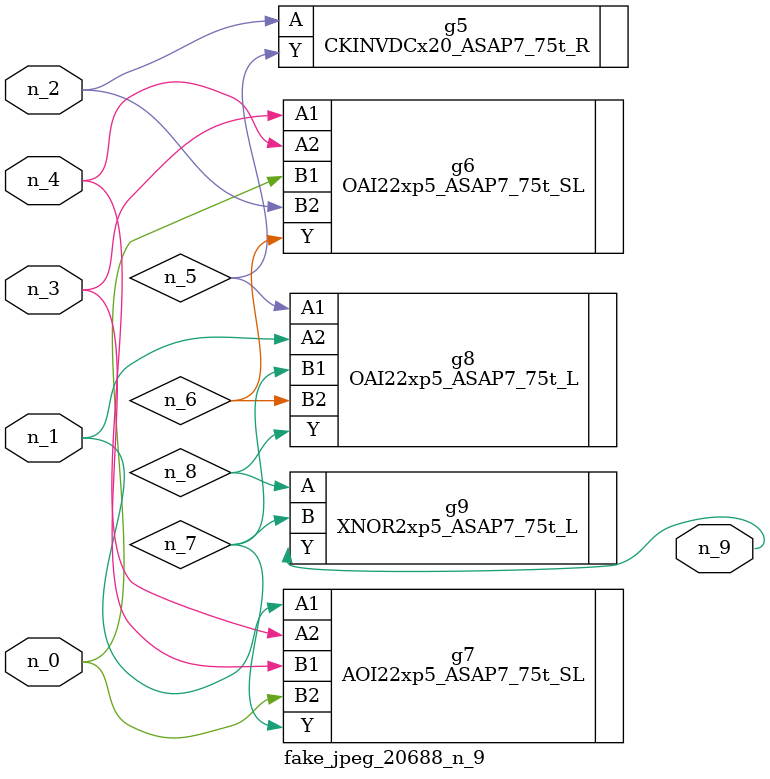
<source format=v>
module fake_jpeg_20688_n_9 (n_3, n_2, n_1, n_0, n_4, n_9);

input n_3;
input n_2;
input n_1;
input n_0;
input n_4;

output n_9;

wire n_8;
wire n_6;
wire n_5;
wire n_7;

CKINVDCx20_ASAP7_75t_R g5 ( 
.A(n_2),
.Y(n_5)
);

OAI22xp5_ASAP7_75t_SL g6 ( 
.A1(n_3),
.A2(n_4),
.B1(n_0),
.B2(n_2),
.Y(n_6)
);

AOI22xp5_ASAP7_75t_SL g7 ( 
.A1(n_1),
.A2(n_4),
.B1(n_3),
.B2(n_0),
.Y(n_7)
);

OAI22xp5_ASAP7_75t_L g8 ( 
.A1(n_5),
.A2(n_1),
.B1(n_7),
.B2(n_6),
.Y(n_8)
);

XNOR2xp5_ASAP7_75t_L g9 ( 
.A(n_8),
.B(n_7),
.Y(n_9)
);


endmodule
</source>
